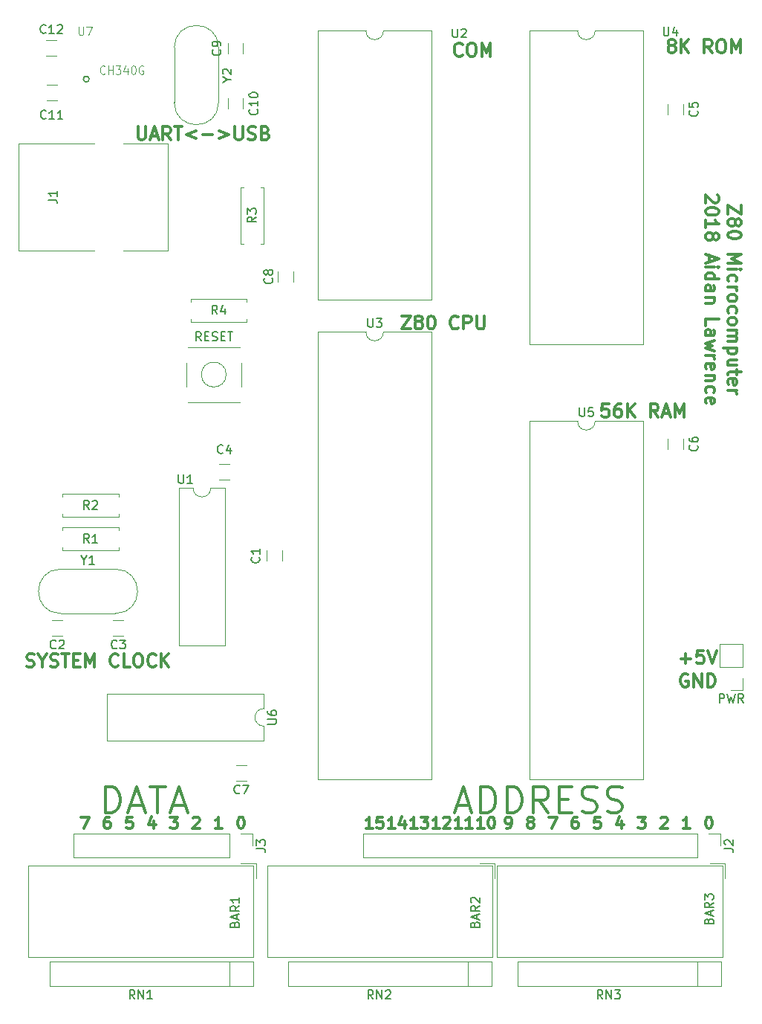
<source format=gbr>
%TF.GenerationSoftware,KiCad,Pcbnew,(5.0.0-rc2-dev-493-gd776eaca8)*%
%TF.CreationDate,2018-09-19T19:52:29-07:00*%
%TF.ProjectId,Z80,5A38302E6B696361645F706362000000,rev?*%
%TF.SameCoordinates,Original*%
%TF.FileFunction,Legend,Top*%
%TF.FilePolarity,Positive*%
%FSLAX46Y46*%
G04 Gerber Fmt 4.6, Leading zero omitted, Abs format (unit mm)*
G04 Created by KiCad (PCBNEW (5.0.0-rc2-dev-493-gd776eaca8)) date 09/19/18 19:52:29*
%MOMM*%
%LPD*%
G01*
G04 APERTURE LIST*
%ADD10C,0.300000*%
%ADD11C,0.120000*%
%ADD12C,0.203200*%
%ADD13C,0.150000*%
%ADD14C,0.050000*%
G04 APERTURE END LIST*
D10*
X78443357Y-101508642D02*
X78657642Y-101580071D01*
X79014785Y-101580071D01*
X79157642Y-101508642D01*
X79229071Y-101437214D01*
X79300500Y-101294357D01*
X79300500Y-101151500D01*
X79229071Y-101008642D01*
X79157642Y-100937214D01*
X79014785Y-100865785D01*
X78729071Y-100794357D01*
X78586214Y-100722928D01*
X78514785Y-100651500D01*
X78443357Y-100508642D01*
X78443357Y-100365785D01*
X78514785Y-100222928D01*
X78586214Y-100151500D01*
X78729071Y-100080071D01*
X79086214Y-100080071D01*
X79300500Y-100151500D01*
X80229071Y-100865785D02*
X80229071Y-101580071D01*
X79729071Y-100080071D02*
X80229071Y-100865785D01*
X80729071Y-100080071D01*
X81157642Y-101508642D02*
X81371928Y-101580071D01*
X81729071Y-101580071D01*
X81871928Y-101508642D01*
X81943357Y-101437214D01*
X82014785Y-101294357D01*
X82014785Y-101151500D01*
X81943357Y-101008642D01*
X81871928Y-100937214D01*
X81729071Y-100865785D01*
X81443357Y-100794357D01*
X81300500Y-100722928D01*
X81229071Y-100651500D01*
X81157642Y-100508642D01*
X81157642Y-100365785D01*
X81229071Y-100222928D01*
X81300500Y-100151500D01*
X81443357Y-100080071D01*
X81800500Y-100080071D01*
X82014785Y-100151500D01*
X82443357Y-100080071D02*
X83300500Y-100080071D01*
X82871928Y-101580071D02*
X82871928Y-100080071D01*
X83800500Y-100794357D02*
X84300500Y-100794357D01*
X84514785Y-101580071D02*
X83800500Y-101580071D01*
X83800500Y-100080071D01*
X84514785Y-100080071D01*
X85157642Y-101580071D02*
X85157642Y-100080071D01*
X85657642Y-101151500D01*
X86157642Y-100080071D01*
X86157642Y-101580071D01*
X88871928Y-101437214D02*
X88800500Y-101508642D01*
X88586214Y-101580071D01*
X88443357Y-101580071D01*
X88229071Y-101508642D01*
X88086214Y-101365785D01*
X88014785Y-101222928D01*
X87943357Y-100937214D01*
X87943357Y-100722928D01*
X88014785Y-100437214D01*
X88086214Y-100294357D01*
X88229071Y-100151500D01*
X88443357Y-100080071D01*
X88586214Y-100080071D01*
X88800500Y-100151500D01*
X88871928Y-100222928D01*
X90229071Y-101580071D02*
X89514785Y-101580071D01*
X89514785Y-100080071D01*
X91014785Y-100080071D02*
X91300500Y-100080071D01*
X91443357Y-100151500D01*
X91586214Y-100294357D01*
X91657642Y-100580071D01*
X91657642Y-101080071D01*
X91586214Y-101365785D01*
X91443357Y-101508642D01*
X91300500Y-101580071D01*
X91014785Y-101580071D01*
X90871928Y-101508642D01*
X90729071Y-101365785D01*
X90657642Y-101080071D01*
X90657642Y-100580071D01*
X90729071Y-100294357D01*
X90871928Y-100151500D01*
X91014785Y-100080071D01*
X93157642Y-101437214D02*
X93086214Y-101508642D01*
X92871928Y-101580071D01*
X92729071Y-101580071D01*
X92514785Y-101508642D01*
X92371928Y-101365785D01*
X92300500Y-101222928D01*
X92229071Y-100937214D01*
X92229071Y-100722928D01*
X92300500Y-100437214D01*
X92371928Y-100294357D01*
X92514785Y-100151500D01*
X92729071Y-100080071D01*
X92871928Y-100080071D01*
X93086214Y-100151500D01*
X93157642Y-100222928D01*
X93800500Y-101580071D02*
X93800500Y-100080071D01*
X94657642Y-101580071D02*
X94014785Y-100722928D01*
X94657642Y-100080071D02*
X93800500Y-100937214D01*
X151844857Y-30809428D02*
X151702000Y-30738000D01*
X151630571Y-30666571D01*
X151559142Y-30523714D01*
X151559142Y-30452285D01*
X151630571Y-30309428D01*
X151702000Y-30238000D01*
X151844857Y-30166571D01*
X152130571Y-30166571D01*
X152273428Y-30238000D01*
X152344857Y-30309428D01*
X152416285Y-30452285D01*
X152416285Y-30523714D01*
X152344857Y-30666571D01*
X152273428Y-30738000D01*
X152130571Y-30809428D01*
X151844857Y-30809428D01*
X151702000Y-30880857D01*
X151630571Y-30952285D01*
X151559142Y-31095142D01*
X151559142Y-31380857D01*
X151630571Y-31523714D01*
X151702000Y-31595142D01*
X151844857Y-31666571D01*
X152130571Y-31666571D01*
X152273428Y-31595142D01*
X152344857Y-31523714D01*
X152416285Y-31380857D01*
X152416285Y-31095142D01*
X152344857Y-30952285D01*
X152273428Y-30880857D01*
X152130571Y-30809428D01*
X153059142Y-31666571D02*
X153059142Y-30166571D01*
X153916285Y-31666571D02*
X153273428Y-30809428D01*
X153916285Y-30166571D02*
X153059142Y-31023714D01*
X156559142Y-31666571D02*
X156059142Y-30952285D01*
X155702000Y-31666571D02*
X155702000Y-30166571D01*
X156273428Y-30166571D01*
X156416285Y-30238000D01*
X156487714Y-30309428D01*
X156559142Y-30452285D01*
X156559142Y-30666571D01*
X156487714Y-30809428D01*
X156416285Y-30880857D01*
X156273428Y-30952285D01*
X155702000Y-30952285D01*
X157487714Y-30166571D02*
X157773428Y-30166571D01*
X157916285Y-30238000D01*
X158059142Y-30380857D01*
X158130571Y-30666571D01*
X158130571Y-31166571D01*
X158059142Y-31452285D01*
X157916285Y-31595142D01*
X157773428Y-31666571D01*
X157487714Y-31666571D01*
X157344857Y-31595142D01*
X157202000Y-31452285D01*
X157130571Y-31166571D01*
X157130571Y-30666571D01*
X157202000Y-30380857D01*
X157344857Y-30238000D01*
X157487714Y-30166571D01*
X158773428Y-31666571D02*
X158773428Y-30166571D01*
X159273428Y-31238000D01*
X159773428Y-30166571D01*
X159773428Y-31666571D01*
X144788428Y-71632071D02*
X144074142Y-71632071D01*
X144002714Y-72346357D01*
X144074142Y-72274928D01*
X144217000Y-72203500D01*
X144574142Y-72203500D01*
X144717000Y-72274928D01*
X144788428Y-72346357D01*
X144859857Y-72489214D01*
X144859857Y-72846357D01*
X144788428Y-72989214D01*
X144717000Y-73060642D01*
X144574142Y-73132071D01*
X144217000Y-73132071D01*
X144074142Y-73060642D01*
X144002714Y-72989214D01*
X146145571Y-71632071D02*
X145859857Y-71632071D01*
X145717000Y-71703500D01*
X145645571Y-71774928D01*
X145502714Y-71989214D01*
X145431285Y-72274928D01*
X145431285Y-72846357D01*
X145502714Y-72989214D01*
X145574142Y-73060642D01*
X145717000Y-73132071D01*
X146002714Y-73132071D01*
X146145571Y-73060642D01*
X146217000Y-72989214D01*
X146288428Y-72846357D01*
X146288428Y-72489214D01*
X146217000Y-72346357D01*
X146145571Y-72274928D01*
X146002714Y-72203500D01*
X145717000Y-72203500D01*
X145574142Y-72274928D01*
X145502714Y-72346357D01*
X145431285Y-72489214D01*
X146931285Y-73132071D02*
X146931285Y-71632071D01*
X147788428Y-73132071D02*
X147145571Y-72274928D01*
X147788428Y-71632071D02*
X146931285Y-72489214D01*
X150431285Y-73132071D02*
X149931285Y-72417785D01*
X149574142Y-73132071D02*
X149574142Y-71632071D01*
X150145571Y-71632071D01*
X150288428Y-71703500D01*
X150359857Y-71774928D01*
X150431285Y-71917785D01*
X150431285Y-72132071D01*
X150359857Y-72274928D01*
X150288428Y-72346357D01*
X150145571Y-72417785D01*
X149574142Y-72417785D01*
X151002714Y-72703500D02*
X151717000Y-72703500D01*
X150859857Y-73132071D02*
X151359857Y-71632071D01*
X151859857Y-73132071D01*
X152359857Y-73132071D02*
X152359857Y-71632071D01*
X152859857Y-72703500D01*
X153359857Y-71632071D01*
X153359857Y-73132071D01*
X91123428Y-40072571D02*
X91123428Y-41286857D01*
X91194857Y-41429714D01*
X91266285Y-41501142D01*
X91409142Y-41572571D01*
X91694857Y-41572571D01*
X91837714Y-41501142D01*
X91909142Y-41429714D01*
X91980571Y-41286857D01*
X91980571Y-40072571D01*
X92623428Y-41144000D02*
X93337714Y-41144000D01*
X92480571Y-41572571D02*
X92980571Y-40072571D01*
X93480571Y-41572571D01*
X94837714Y-41572571D02*
X94337714Y-40858285D01*
X93980571Y-41572571D02*
X93980571Y-40072571D01*
X94552000Y-40072571D01*
X94694857Y-40144000D01*
X94766285Y-40215428D01*
X94837714Y-40358285D01*
X94837714Y-40572571D01*
X94766285Y-40715428D01*
X94694857Y-40786857D01*
X94552000Y-40858285D01*
X93980571Y-40858285D01*
X95266285Y-40072571D02*
X96123428Y-40072571D01*
X95694857Y-41572571D02*
X95694857Y-40072571D01*
X97766285Y-40572571D02*
X96623428Y-41001142D01*
X97766285Y-41429714D01*
X98480571Y-41001142D02*
X99623428Y-41001142D01*
X100337714Y-40572571D02*
X101480571Y-41001142D01*
X100337714Y-41429714D01*
X102194857Y-40072571D02*
X102194857Y-41286857D01*
X102266285Y-41429714D01*
X102337714Y-41501142D01*
X102480571Y-41572571D01*
X102766285Y-41572571D01*
X102909142Y-41501142D01*
X102980571Y-41429714D01*
X103052000Y-41286857D01*
X103052000Y-40072571D01*
X103694857Y-41501142D02*
X103909142Y-41572571D01*
X104266285Y-41572571D01*
X104409142Y-41501142D01*
X104480571Y-41429714D01*
X104552000Y-41286857D01*
X104552000Y-41144000D01*
X104480571Y-41001142D01*
X104409142Y-40929714D01*
X104266285Y-40858285D01*
X103980571Y-40786857D01*
X103837714Y-40715428D01*
X103766285Y-40644000D01*
X103694857Y-40501142D01*
X103694857Y-40358285D01*
X103766285Y-40215428D01*
X103837714Y-40144000D01*
X103980571Y-40072571D01*
X104337714Y-40072571D01*
X104552000Y-40144000D01*
X105694857Y-40786857D02*
X105909142Y-40858285D01*
X105980571Y-40929714D01*
X106052000Y-41072571D01*
X106052000Y-41286857D01*
X105980571Y-41429714D01*
X105909142Y-41501142D01*
X105766285Y-41572571D01*
X105194857Y-41572571D01*
X105194857Y-40072571D01*
X105694857Y-40072571D01*
X105837714Y-40144000D01*
X105909142Y-40215428D01*
X105980571Y-40358285D01*
X105980571Y-40501142D01*
X105909142Y-40644000D01*
X105837714Y-40715428D01*
X105694857Y-40786857D01*
X105194857Y-40786857D01*
X128107428Y-31904714D02*
X128036000Y-31976142D01*
X127821714Y-32047571D01*
X127678857Y-32047571D01*
X127464571Y-31976142D01*
X127321714Y-31833285D01*
X127250285Y-31690428D01*
X127178857Y-31404714D01*
X127178857Y-31190428D01*
X127250285Y-30904714D01*
X127321714Y-30761857D01*
X127464571Y-30619000D01*
X127678857Y-30547571D01*
X127821714Y-30547571D01*
X128036000Y-30619000D01*
X128107428Y-30690428D01*
X129036000Y-30547571D02*
X129321714Y-30547571D01*
X129464571Y-30619000D01*
X129607428Y-30761857D01*
X129678857Y-31047571D01*
X129678857Y-31547571D01*
X129607428Y-31833285D01*
X129464571Y-31976142D01*
X129321714Y-32047571D01*
X129036000Y-32047571D01*
X128893142Y-31976142D01*
X128750285Y-31833285D01*
X128678857Y-31547571D01*
X128678857Y-31047571D01*
X128750285Y-30761857D01*
X128893142Y-30619000D01*
X129036000Y-30547571D01*
X130321714Y-32047571D02*
X130321714Y-30547571D01*
X130821714Y-31619000D01*
X131321714Y-30547571D01*
X131321714Y-32047571D01*
X121198285Y-61599071D02*
X122198285Y-61599071D01*
X121198285Y-63099071D01*
X122198285Y-63099071D01*
X122984000Y-62241928D02*
X122841142Y-62170500D01*
X122769714Y-62099071D01*
X122698285Y-61956214D01*
X122698285Y-61884785D01*
X122769714Y-61741928D01*
X122841142Y-61670500D01*
X122984000Y-61599071D01*
X123269714Y-61599071D01*
X123412571Y-61670500D01*
X123484000Y-61741928D01*
X123555428Y-61884785D01*
X123555428Y-61956214D01*
X123484000Y-62099071D01*
X123412571Y-62170500D01*
X123269714Y-62241928D01*
X122984000Y-62241928D01*
X122841142Y-62313357D01*
X122769714Y-62384785D01*
X122698285Y-62527642D01*
X122698285Y-62813357D01*
X122769714Y-62956214D01*
X122841142Y-63027642D01*
X122984000Y-63099071D01*
X123269714Y-63099071D01*
X123412571Y-63027642D01*
X123484000Y-62956214D01*
X123555428Y-62813357D01*
X123555428Y-62527642D01*
X123484000Y-62384785D01*
X123412571Y-62313357D01*
X123269714Y-62241928D01*
X124484000Y-61599071D02*
X124626857Y-61599071D01*
X124769714Y-61670500D01*
X124841142Y-61741928D01*
X124912571Y-61884785D01*
X124984000Y-62170500D01*
X124984000Y-62527642D01*
X124912571Y-62813357D01*
X124841142Y-62956214D01*
X124769714Y-63027642D01*
X124626857Y-63099071D01*
X124484000Y-63099071D01*
X124341142Y-63027642D01*
X124269714Y-62956214D01*
X124198285Y-62813357D01*
X124126857Y-62527642D01*
X124126857Y-62170500D01*
X124198285Y-61884785D01*
X124269714Y-61741928D01*
X124341142Y-61670500D01*
X124484000Y-61599071D01*
X127626857Y-62956214D02*
X127555428Y-63027642D01*
X127341142Y-63099071D01*
X127198285Y-63099071D01*
X126984000Y-63027642D01*
X126841142Y-62884785D01*
X126769714Y-62741928D01*
X126698285Y-62456214D01*
X126698285Y-62241928D01*
X126769714Y-61956214D01*
X126841142Y-61813357D01*
X126984000Y-61670500D01*
X127198285Y-61599071D01*
X127341142Y-61599071D01*
X127555428Y-61670500D01*
X127626857Y-61741928D01*
X128269714Y-63099071D02*
X128269714Y-61599071D01*
X128841142Y-61599071D01*
X128984000Y-61670500D01*
X129055428Y-61741928D01*
X129126857Y-61884785D01*
X129126857Y-62099071D01*
X129055428Y-62241928D01*
X128984000Y-62313357D01*
X128841142Y-62384785D01*
X128269714Y-62384785D01*
X129769714Y-61599071D02*
X129769714Y-62813357D01*
X129841142Y-62956214D01*
X129912571Y-63027642D01*
X130055428Y-63099071D01*
X130341142Y-63099071D01*
X130484000Y-63027642D01*
X130555428Y-62956214D01*
X130626857Y-62813357D01*
X130626857Y-61599071D01*
X84656666Y-118668095D02*
X85523333Y-118668095D01*
X84966190Y-119968095D01*
X87877619Y-118668095D02*
X87630000Y-118668095D01*
X87506190Y-118730000D01*
X87444285Y-118791904D01*
X87320476Y-118977619D01*
X87258571Y-119225238D01*
X87258571Y-119720476D01*
X87320476Y-119844285D01*
X87382380Y-119906190D01*
X87506190Y-119968095D01*
X87753809Y-119968095D01*
X87877619Y-119906190D01*
X87939523Y-119844285D01*
X88001428Y-119720476D01*
X88001428Y-119410952D01*
X87939523Y-119287142D01*
X87877619Y-119225238D01*
X87753809Y-119163333D01*
X87506190Y-119163333D01*
X87382380Y-119225238D01*
X87320476Y-119287142D01*
X87258571Y-119410952D01*
X90479523Y-118668095D02*
X89860476Y-118668095D01*
X89798571Y-119287142D01*
X89860476Y-119225238D01*
X89984285Y-119163333D01*
X90293809Y-119163333D01*
X90417619Y-119225238D01*
X90479523Y-119287142D01*
X90541428Y-119410952D01*
X90541428Y-119720476D01*
X90479523Y-119844285D01*
X90417619Y-119906190D01*
X90293809Y-119968095D01*
X89984285Y-119968095D01*
X89860476Y-119906190D01*
X89798571Y-119844285D01*
X92957619Y-119101428D02*
X92957619Y-119968095D01*
X92648095Y-118606190D02*
X92338571Y-119534761D01*
X93143333Y-119534761D01*
X94816666Y-118668095D02*
X95621428Y-118668095D01*
X95188095Y-119163333D01*
X95373809Y-119163333D01*
X95497619Y-119225238D01*
X95559523Y-119287142D01*
X95621428Y-119410952D01*
X95621428Y-119720476D01*
X95559523Y-119844285D01*
X95497619Y-119906190D01*
X95373809Y-119968095D01*
X95002380Y-119968095D01*
X94878571Y-119906190D01*
X94816666Y-119844285D01*
X97418571Y-118791904D02*
X97480476Y-118730000D01*
X97604285Y-118668095D01*
X97913809Y-118668095D01*
X98037619Y-118730000D01*
X98099523Y-118791904D01*
X98161428Y-118915714D01*
X98161428Y-119039523D01*
X98099523Y-119225238D01*
X97356666Y-119968095D01*
X98161428Y-119968095D01*
X100701428Y-119968095D02*
X99958571Y-119968095D01*
X100330000Y-119968095D02*
X100330000Y-118668095D01*
X100206190Y-118853809D01*
X100082380Y-118977619D01*
X99958571Y-119039523D01*
X102808095Y-118668095D02*
X102931904Y-118668095D01*
X103055714Y-118730000D01*
X103117619Y-118791904D01*
X103179523Y-118915714D01*
X103241428Y-119163333D01*
X103241428Y-119472857D01*
X103179523Y-119720476D01*
X103117619Y-119844285D01*
X103055714Y-119906190D01*
X102931904Y-119968095D01*
X102808095Y-119968095D01*
X102684285Y-119906190D01*
X102622380Y-119844285D01*
X102560476Y-119720476D01*
X102498571Y-119472857D01*
X102498571Y-119163333D01*
X102560476Y-118915714D01*
X102622380Y-118791904D01*
X102684285Y-118730000D01*
X102808095Y-118668095D01*
X117862380Y-119968095D02*
X117119523Y-119968095D01*
X117490952Y-119968095D02*
X117490952Y-118668095D01*
X117367142Y-118853809D01*
X117243333Y-118977619D01*
X117119523Y-119039523D01*
X119038571Y-118668095D02*
X118419523Y-118668095D01*
X118357619Y-119287142D01*
X118419523Y-119225238D01*
X118543333Y-119163333D01*
X118852857Y-119163333D01*
X118976666Y-119225238D01*
X119038571Y-119287142D01*
X119100476Y-119410952D01*
X119100476Y-119720476D01*
X119038571Y-119844285D01*
X118976666Y-119906190D01*
X118852857Y-119968095D01*
X118543333Y-119968095D01*
X118419523Y-119906190D01*
X118357619Y-119844285D01*
X120402380Y-119968095D02*
X119659523Y-119968095D01*
X120030952Y-119968095D02*
X120030952Y-118668095D01*
X119907142Y-118853809D01*
X119783333Y-118977619D01*
X119659523Y-119039523D01*
X121516666Y-119101428D02*
X121516666Y-119968095D01*
X121207142Y-118606190D02*
X120897619Y-119534761D01*
X121702380Y-119534761D01*
X122942380Y-119968095D02*
X122199523Y-119968095D01*
X122570952Y-119968095D02*
X122570952Y-118668095D01*
X122447142Y-118853809D01*
X122323333Y-118977619D01*
X122199523Y-119039523D01*
X123375714Y-118668095D02*
X124180476Y-118668095D01*
X123747142Y-119163333D01*
X123932857Y-119163333D01*
X124056666Y-119225238D01*
X124118571Y-119287142D01*
X124180476Y-119410952D01*
X124180476Y-119720476D01*
X124118571Y-119844285D01*
X124056666Y-119906190D01*
X123932857Y-119968095D01*
X123561428Y-119968095D01*
X123437619Y-119906190D01*
X123375714Y-119844285D01*
X125482380Y-119968095D02*
X124739523Y-119968095D01*
X125110952Y-119968095D02*
X125110952Y-118668095D01*
X124987142Y-118853809D01*
X124863333Y-118977619D01*
X124739523Y-119039523D01*
X125977619Y-118791904D02*
X126039523Y-118730000D01*
X126163333Y-118668095D01*
X126472857Y-118668095D01*
X126596666Y-118730000D01*
X126658571Y-118791904D01*
X126720476Y-118915714D01*
X126720476Y-119039523D01*
X126658571Y-119225238D01*
X125915714Y-119968095D01*
X126720476Y-119968095D01*
X128022380Y-119968095D02*
X127279523Y-119968095D01*
X127650952Y-119968095D02*
X127650952Y-118668095D01*
X127527142Y-118853809D01*
X127403333Y-118977619D01*
X127279523Y-119039523D01*
X129260476Y-119968095D02*
X128517619Y-119968095D01*
X128889047Y-119968095D02*
X128889047Y-118668095D01*
X128765238Y-118853809D01*
X128641428Y-118977619D01*
X128517619Y-119039523D01*
X130562380Y-119968095D02*
X129819523Y-119968095D01*
X130190952Y-119968095D02*
X130190952Y-118668095D01*
X130067142Y-118853809D01*
X129943333Y-118977619D01*
X129819523Y-119039523D01*
X131367142Y-118668095D02*
X131490952Y-118668095D01*
X131614761Y-118730000D01*
X131676666Y-118791904D01*
X131738571Y-118915714D01*
X131800476Y-119163333D01*
X131800476Y-119472857D01*
X131738571Y-119720476D01*
X131676666Y-119844285D01*
X131614761Y-119906190D01*
X131490952Y-119968095D01*
X131367142Y-119968095D01*
X131243333Y-119906190D01*
X131181428Y-119844285D01*
X131119523Y-119720476D01*
X131057619Y-119472857D01*
X131057619Y-119163333D01*
X131119523Y-118915714D01*
X131181428Y-118791904D01*
X131243333Y-118730000D01*
X131367142Y-118668095D01*
X133102380Y-119968095D02*
X133350000Y-119968095D01*
X133473809Y-119906190D01*
X133535714Y-119844285D01*
X133659523Y-119658571D01*
X133721428Y-119410952D01*
X133721428Y-118915714D01*
X133659523Y-118791904D01*
X133597619Y-118730000D01*
X133473809Y-118668095D01*
X133226190Y-118668095D01*
X133102380Y-118730000D01*
X133040476Y-118791904D01*
X132978571Y-118915714D01*
X132978571Y-119225238D01*
X133040476Y-119349047D01*
X133102380Y-119410952D01*
X133226190Y-119472857D01*
X133473809Y-119472857D01*
X133597619Y-119410952D01*
X133659523Y-119349047D01*
X133721428Y-119225238D01*
X135766190Y-119225238D02*
X135642380Y-119163333D01*
X135580476Y-119101428D01*
X135518571Y-118977619D01*
X135518571Y-118915714D01*
X135580476Y-118791904D01*
X135642380Y-118730000D01*
X135766190Y-118668095D01*
X136013809Y-118668095D01*
X136137619Y-118730000D01*
X136199523Y-118791904D01*
X136261428Y-118915714D01*
X136261428Y-118977619D01*
X136199523Y-119101428D01*
X136137619Y-119163333D01*
X136013809Y-119225238D01*
X135766190Y-119225238D01*
X135642380Y-119287142D01*
X135580476Y-119349047D01*
X135518571Y-119472857D01*
X135518571Y-119720476D01*
X135580476Y-119844285D01*
X135642380Y-119906190D01*
X135766190Y-119968095D01*
X136013809Y-119968095D01*
X136137619Y-119906190D01*
X136199523Y-119844285D01*
X136261428Y-119720476D01*
X136261428Y-119472857D01*
X136199523Y-119349047D01*
X136137619Y-119287142D01*
X136013809Y-119225238D01*
X137996666Y-118668095D02*
X138863333Y-118668095D01*
X138306190Y-119968095D01*
X141217619Y-118668095D02*
X140970000Y-118668095D01*
X140846190Y-118730000D01*
X140784285Y-118791904D01*
X140660476Y-118977619D01*
X140598571Y-119225238D01*
X140598571Y-119720476D01*
X140660476Y-119844285D01*
X140722380Y-119906190D01*
X140846190Y-119968095D01*
X141093809Y-119968095D01*
X141217619Y-119906190D01*
X141279523Y-119844285D01*
X141341428Y-119720476D01*
X141341428Y-119410952D01*
X141279523Y-119287142D01*
X141217619Y-119225238D01*
X141093809Y-119163333D01*
X140846190Y-119163333D01*
X140722380Y-119225238D01*
X140660476Y-119287142D01*
X140598571Y-119410952D01*
X143819523Y-118668095D02*
X143200476Y-118668095D01*
X143138571Y-119287142D01*
X143200476Y-119225238D01*
X143324285Y-119163333D01*
X143633809Y-119163333D01*
X143757619Y-119225238D01*
X143819523Y-119287142D01*
X143881428Y-119410952D01*
X143881428Y-119720476D01*
X143819523Y-119844285D01*
X143757619Y-119906190D01*
X143633809Y-119968095D01*
X143324285Y-119968095D01*
X143200476Y-119906190D01*
X143138571Y-119844285D01*
X146297619Y-119101428D02*
X146297619Y-119968095D01*
X145988095Y-118606190D02*
X145678571Y-119534761D01*
X146483333Y-119534761D01*
X148156666Y-118668095D02*
X148961428Y-118668095D01*
X148528095Y-119163333D01*
X148713809Y-119163333D01*
X148837619Y-119225238D01*
X148899523Y-119287142D01*
X148961428Y-119410952D01*
X148961428Y-119720476D01*
X148899523Y-119844285D01*
X148837619Y-119906190D01*
X148713809Y-119968095D01*
X148342380Y-119968095D01*
X148218571Y-119906190D01*
X148156666Y-119844285D01*
X150758571Y-118791904D02*
X150820476Y-118730000D01*
X150944285Y-118668095D01*
X151253809Y-118668095D01*
X151377619Y-118730000D01*
X151439523Y-118791904D01*
X151501428Y-118915714D01*
X151501428Y-119039523D01*
X151439523Y-119225238D01*
X150696666Y-119968095D01*
X151501428Y-119968095D01*
X154041428Y-119968095D02*
X153298571Y-119968095D01*
X153670000Y-119968095D02*
X153670000Y-118668095D01*
X153546190Y-118853809D01*
X153422380Y-118977619D01*
X153298571Y-119039523D01*
X156148095Y-118668095D02*
X156271904Y-118668095D01*
X156395714Y-118730000D01*
X156457619Y-118791904D01*
X156519523Y-118915714D01*
X156581428Y-119163333D01*
X156581428Y-119472857D01*
X156519523Y-119720476D01*
X156457619Y-119844285D01*
X156395714Y-119906190D01*
X156271904Y-119968095D01*
X156148095Y-119968095D01*
X156024285Y-119906190D01*
X155962380Y-119844285D01*
X155900476Y-119720476D01*
X155838571Y-119472857D01*
X155838571Y-119163333D01*
X155900476Y-118915714D01*
X155962380Y-118791904D01*
X156024285Y-118730000D01*
X156148095Y-118668095D01*
X153797142Y-102437500D02*
X153654285Y-102366071D01*
X153440000Y-102366071D01*
X153225714Y-102437500D01*
X153082857Y-102580357D01*
X153011428Y-102723214D01*
X152940000Y-103008928D01*
X152940000Y-103223214D01*
X153011428Y-103508928D01*
X153082857Y-103651785D01*
X153225714Y-103794642D01*
X153440000Y-103866071D01*
X153582857Y-103866071D01*
X153797142Y-103794642D01*
X153868571Y-103723214D01*
X153868571Y-103223214D01*
X153582857Y-103223214D01*
X154511428Y-103866071D02*
X154511428Y-102366071D01*
X155368571Y-103866071D01*
X155368571Y-102366071D01*
X156082857Y-103866071D02*
X156082857Y-102366071D01*
X156440000Y-102366071D01*
X156654285Y-102437500D01*
X156797142Y-102580357D01*
X156868571Y-102723214D01*
X156940000Y-103008928D01*
X156940000Y-103223214D01*
X156868571Y-103508928D01*
X156797142Y-103651785D01*
X156654285Y-103794642D01*
X156440000Y-103866071D01*
X156082857Y-103866071D01*
X153011428Y-100627642D02*
X154154285Y-100627642D01*
X153582857Y-101199071D02*
X153582857Y-100056214D01*
X155582857Y-99699071D02*
X154868571Y-99699071D01*
X154797142Y-100413357D01*
X154868571Y-100341928D01*
X155011428Y-100270500D01*
X155368571Y-100270500D01*
X155511428Y-100341928D01*
X155582857Y-100413357D01*
X155654285Y-100556214D01*
X155654285Y-100913357D01*
X155582857Y-101056214D01*
X155511428Y-101127642D01*
X155368571Y-101199071D01*
X155011428Y-101199071D01*
X154868571Y-101127642D01*
X154797142Y-101056214D01*
X156082857Y-99699071D02*
X156582857Y-101199071D01*
X157082857Y-99699071D01*
X87384500Y-118197142D02*
X87384500Y-115197142D01*
X88098785Y-115197142D01*
X88527357Y-115340000D01*
X88813071Y-115625714D01*
X88955928Y-115911428D01*
X89098785Y-116482857D01*
X89098785Y-116911428D01*
X88955928Y-117482857D01*
X88813071Y-117768571D01*
X88527357Y-118054285D01*
X88098785Y-118197142D01*
X87384500Y-118197142D01*
X90241642Y-117340000D02*
X91670214Y-117340000D01*
X89955928Y-118197142D02*
X90955928Y-115197142D01*
X91955928Y-118197142D01*
X92527357Y-115197142D02*
X94241642Y-115197142D01*
X93384500Y-118197142D02*
X93384500Y-115197142D01*
X95098785Y-117340000D02*
X96527357Y-117340000D01*
X94813071Y-118197142D02*
X95813071Y-115197142D01*
X96813071Y-118197142D01*
X127477428Y-117340000D02*
X128906000Y-117340000D01*
X127191714Y-118197142D02*
X128191714Y-115197142D01*
X129191714Y-118197142D01*
X130191714Y-118197142D02*
X130191714Y-115197142D01*
X130906000Y-115197142D01*
X131334571Y-115340000D01*
X131620285Y-115625714D01*
X131763142Y-115911428D01*
X131906000Y-116482857D01*
X131906000Y-116911428D01*
X131763142Y-117482857D01*
X131620285Y-117768571D01*
X131334571Y-118054285D01*
X130906000Y-118197142D01*
X130191714Y-118197142D01*
X133191714Y-118197142D02*
X133191714Y-115197142D01*
X133906000Y-115197142D01*
X134334571Y-115340000D01*
X134620285Y-115625714D01*
X134763142Y-115911428D01*
X134906000Y-116482857D01*
X134906000Y-116911428D01*
X134763142Y-117482857D01*
X134620285Y-117768571D01*
X134334571Y-118054285D01*
X133906000Y-118197142D01*
X133191714Y-118197142D01*
X137906000Y-118197142D02*
X136906000Y-116768571D01*
X136191714Y-118197142D02*
X136191714Y-115197142D01*
X137334571Y-115197142D01*
X137620285Y-115340000D01*
X137763142Y-115482857D01*
X137906000Y-115768571D01*
X137906000Y-116197142D01*
X137763142Y-116482857D01*
X137620285Y-116625714D01*
X137334571Y-116768571D01*
X136191714Y-116768571D01*
X139191714Y-116625714D02*
X140191714Y-116625714D01*
X140620285Y-118197142D02*
X139191714Y-118197142D01*
X139191714Y-115197142D01*
X140620285Y-115197142D01*
X141763142Y-118054285D02*
X142191714Y-118197142D01*
X142906000Y-118197142D01*
X143191714Y-118054285D01*
X143334571Y-117911428D01*
X143477428Y-117625714D01*
X143477428Y-117340000D01*
X143334571Y-117054285D01*
X143191714Y-116911428D01*
X142906000Y-116768571D01*
X142334571Y-116625714D01*
X142048857Y-116482857D01*
X141906000Y-116340000D01*
X141763142Y-116054285D01*
X141763142Y-115768571D01*
X141906000Y-115482857D01*
X142048857Y-115340000D01*
X142334571Y-115197142D01*
X143048857Y-115197142D01*
X143477428Y-115340000D01*
X144620285Y-118054285D02*
X145048857Y-118197142D01*
X145763142Y-118197142D01*
X146048857Y-118054285D01*
X146191714Y-117911428D01*
X146334571Y-117625714D01*
X146334571Y-117340000D01*
X146191714Y-117054285D01*
X146048857Y-116911428D01*
X145763142Y-116768571D01*
X145191714Y-116625714D01*
X144906000Y-116482857D01*
X144763142Y-116340000D01*
X144620285Y-116054285D01*
X144620285Y-115768571D01*
X144763142Y-115482857D01*
X144906000Y-115340000D01*
X145191714Y-115197142D01*
X145906000Y-115197142D01*
X146334571Y-115340000D01*
X159893928Y-49039214D02*
X159893928Y-50039214D01*
X158393928Y-49039214D01*
X158393928Y-50039214D01*
X159251071Y-50824928D02*
X159322500Y-50682071D01*
X159393928Y-50610642D01*
X159536785Y-50539214D01*
X159608214Y-50539214D01*
X159751071Y-50610642D01*
X159822500Y-50682071D01*
X159893928Y-50824928D01*
X159893928Y-51110642D01*
X159822500Y-51253500D01*
X159751071Y-51324928D01*
X159608214Y-51396357D01*
X159536785Y-51396357D01*
X159393928Y-51324928D01*
X159322500Y-51253500D01*
X159251071Y-51110642D01*
X159251071Y-50824928D01*
X159179642Y-50682071D01*
X159108214Y-50610642D01*
X158965357Y-50539214D01*
X158679642Y-50539214D01*
X158536785Y-50610642D01*
X158465357Y-50682071D01*
X158393928Y-50824928D01*
X158393928Y-51110642D01*
X158465357Y-51253500D01*
X158536785Y-51324928D01*
X158679642Y-51396357D01*
X158965357Y-51396357D01*
X159108214Y-51324928D01*
X159179642Y-51253500D01*
X159251071Y-51110642D01*
X159893928Y-52324928D02*
X159893928Y-52467785D01*
X159822500Y-52610642D01*
X159751071Y-52682071D01*
X159608214Y-52753500D01*
X159322500Y-52824928D01*
X158965357Y-52824928D01*
X158679642Y-52753500D01*
X158536785Y-52682071D01*
X158465357Y-52610642D01*
X158393928Y-52467785D01*
X158393928Y-52324928D01*
X158465357Y-52182071D01*
X158536785Y-52110642D01*
X158679642Y-52039214D01*
X158965357Y-51967785D01*
X159322500Y-51967785D01*
X159608214Y-52039214D01*
X159751071Y-52110642D01*
X159822500Y-52182071D01*
X159893928Y-52324928D01*
X158393928Y-54610642D02*
X159893928Y-54610642D01*
X158822500Y-55110642D01*
X159893928Y-55610642D01*
X158393928Y-55610642D01*
X158393928Y-56324928D02*
X159393928Y-56324928D01*
X159893928Y-56324928D02*
X159822500Y-56253500D01*
X159751071Y-56324928D01*
X159822500Y-56396357D01*
X159893928Y-56324928D01*
X159751071Y-56324928D01*
X158465357Y-57682071D02*
X158393928Y-57539214D01*
X158393928Y-57253500D01*
X158465357Y-57110642D01*
X158536785Y-57039214D01*
X158679642Y-56967785D01*
X159108214Y-56967785D01*
X159251071Y-57039214D01*
X159322500Y-57110642D01*
X159393928Y-57253500D01*
X159393928Y-57539214D01*
X159322500Y-57682071D01*
X158393928Y-58324928D02*
X159393928Y-58324928D01*
X159108214Y-58324928D02*
X159251071Y-58396357D01*
X159322500Y-58467785D01*
X159393928Y-58610642D01*
X159393928Y-58753500D01*
X158393928Y-59467785D02*
X158465357Y-59324928D01*
X158536785Y-59253500D01*
X158679642Y-59182071D01*
X159108214Y-59182071D01*
X159251071Y-59253500D01*
X159322500Y-59324928D01*
X159393928Y-59467785D01*
X159393928Y-59682071D01*
X159322500Y-59824928D01*
X159251071Y-59896357D01*
X159108214Y-59967785D01*
X158679642Y-59967785D01*
X158536785Y-59896357D01*
X158465357Y-59824928D01*
X158393928Y-59682071D01*
X158393928Y-59467785D01*
X158465357Y-61253500D02*
X158393928Y-61110642D01*
X158393928Y-60824928D01*
X158465357Y-60682071D01*
X158536785Y-60610642D01*
X158679642Y-60539214D01*
X159108214Y-60539214D01*
X159251071Y-60610642D01*
X159322500Y-60682071D01*
X159393928Y-60824928D01*
X159393928Y-61110642D01*
X159322500Y-61253500D01*
X158393928Y-62110642D02*
X158465357Y-61967785D01*
X158536785Y-61896357D01*
X158679642Y-61824928D01*
X159108214Y-61824928D01*
X159251071Y-61896357D01*
X159322500Y-61967785D01*
X159393928Y-62110642D01*
X159393928Y-62324928D01*
X159322500Y-62467785D01*
X159251071Y-62539214D01*
X159108214Y-62610642D01*
X158679642Y-62610642D01*
X158536785Y-62539214D01*
X158465357Y-62467785D01*
X158393928Y-62324928D01*
X158393928Y-62110642D01*
X158393928Y-63253500D02*
X159393928Y-63253500D01*
X159251071Y-63253500D02*
X159322500Y-63324928D01*
X159393928Y-63467785D01*
X159393928Y-63682071D01*
X159322500Y-63824928D01*
X159179642Y-63896357D01*
X158393928Y-63896357D01*
X159179642Y-63896357D02*
X159322500Y-63967785D01*
X159393928Y-64110642D01*
X159393928Y-64324928D01*
X159322500Y-64467785D01*
X159179642Y-64539214D01*
X158393928Y-64539214D01*
X159393928Y-65253500D02*
X157893928Y-65253500D01*
X159322500Y-65253500D02*
X159393928Y-65396357D01*
X159393928Y-65682071D01*
X159322500Y-65824928D01*
X159251071Y-65896357D01*
X159108214Y-65967785D01*
X158679642Y-65967785D01*
X158536785Y-65896357D01*
X158465357Y-65824928D01*
X158393928Y-65682071D01*
X158393928Y-65396357D01*
X158465357Y-65253500D01*
X159393928Y-67253500D02*
X158393928Y-67253500D01*
X159393928Y-66610642D02*
X158608214Y-66610642D01*
X158465357Y-66682071D01*
X158393928Y-66824928D01*
X158393928Y-67039214D01*
X158465357Y-67182071D01*
X158536785Y-67253500D01*
X159393928Y-67753500D02*
X159393928Y-68324928D01*
X159893928Y-67967785D02*
X158608214Y-67967785D01*
X158465357Y-68039214D01*
X158393928Y-68182071D01*
X158393928Y-68324928D01*
X158465357Y-69396357D02*
X158393928Y-69253500D01*
X158393928Y-68967785D01*
X158465357Y-68824928D01*
X158608214Y-68753500D01*
X159179642Y-68753500D01*
X159322500Y-68824928D01*
X159393928Y-68967785D01*
X159393928Y-69253500D01*
X159322500Y-69396357D01*
X159179642Y-69467785D01*
X159036785Y-69467785D01*
X158893928Y-68753500D01*
X158393928Y-70110642D02*
X159393928Y-70110642D01*
X159108214Y-70110642D02*
X159251071Y-70182071D01*
X159322500Y-70253500D01*
X159393928Y-70396357D01*
X159393928Y-70539214D01*
X157201071Y-47860642D02*
X157272500Y-47932071D01*
X157343928Y-48074928D01*
X157343928Y-48432071D01*
X157272500Y-48574928D01*
X157201071Y-48646357D01*
X157058214Y-48717785D01*
X156915357Y-48717785D01*
X156701071Y-48646357D01*
X155843928Y-47789214D01*
X155843928Y-48717785D01*
X157343928Y-49646357D02*
X157343928Y-49789214D01*
X157272500Y-49932071D01*
X157201071Y-50003500D01*
X157058214Y-50074928D01*
X156772500Y-50146357D01*
X156415357Y-50146357D01*
X156129642Y-50074928D01*
X155986785Y-50003500D01*
X155915357Y-49932071D01*
X155843928Y-49789214D01*
X155843928Y-49646357D01*
X155915357Y-49503500D01*
X155986785Y-49432071D01*
X156129642Y-49360642D01*
X156415357Y-49289214D01*
X156772500Y-49289214D01*
X157058214Y-49360642D01*
X157201071Y-49432071D01*
X157272500Y-49503500D01*
X157343928Y-49646357D01*
X155843928Y-51574928D02*
X155843928Y-50717785D01*
X155843928Y-51146357D02*
X157343928Y-51146357D01*
X157129642Y-51003500D01*
X156986785Y-50860642D01*
X156915357Y-50717785D01*
X156701071Y-52432071D02*
X156772500Y-52289214D01*
X156843928Y-52217785D01*
X156986785Y-52146357D01*
X157058214Y-52146357D01*
X157201071Y-52217785D01*
X157272500Y-52289214D01*
X157343928Y-52432071D01*
X157343928Y-52717785D01*
X157272500Y-52860642D01*
X157201071Y-52932071D01*
X157058214Y-53003500D01*
X156986785Y-53003500D01*
X156843928Y-52932071D01*
X156772500Y-52860642D01*
X156701071Y-52717785D01*
X156701071Y-52432071D01*
X156629642Y-52289214D01*
X156558214Y-52217785D01*
X156415357Y-52146357D01*
X156129642Y-52146357D01*
X155986785Y-52217785D01*
X155915357Y-52289214D01*
X155843928Y-52432071D01*
X155843928Y-52717785D01*
X155915357Y-52860642D01*
X155986785Y-52932071D01*
X156129642Y-53003500D01*
X156415357Y-53003500D01*
X156558214Y-52932071D01*
X156629642Y-52860642D01*
X156701071Y-52717785D01*
X156272500Y-54717785D02*
X156272500Y-55432071D01*
X155843928Y-54574928D02*
X157343928Y-55074928D01*
X155843928Y-55574928D01*
X155843928Y-56074928D02*
X156843928Y-56074928D01*
X157343928Y-56074928D02*
X157272500Y-56003500D01*
X157201071Y-56074928D01*
X157272500Y-56146357D01*
X157343928Y-56074928D01*
X157201071Y-56074928D01*
X155843928Y-57432071D02*
X157343928Y-57432071D01*
X155915357Y-57432071D02*
X155843928Y-57289214D01*
X155843928Y-57003500D01*
X155915357Y-56860642D01*
X155986785Y-56789214D01*
X156129642Y-56717785D01*
X156558214Y-56717785D01*
X156701071Y-56789214D01*
X156772500Y-56860642D01*
X156843928Y-57003500D01*
X156843928Y-57289214D01*
X156772500Y-57432071D01*
X155843928Y-58789214D02*
X156629642Y-58789214D01*
X156772500Y-58717785D01*
X156843928Y-58574928D01*
X156843928Y-58289214D01*
X156772500Y-58146357D01*
X155915357Y-58789214D02*
X155843928Y-58646357D01*
X155843928Y-58289214D01*
X155915357Y-58146357D01*
X156058214Y-58074928D01*
X156201071Y-58074928D01*
X156343928Y-58146357D01*
X156415357Y-58289214D01*
X156415357Y-58646357D01*
X156486785Y-58789214D01*
X156843928Y-59503500D02*
X155843928Y-59503500D01*
X156701071Y-59503500D02*
X156772500Y-59574928D01*
X156843928Y-59717785D01*
X156843928Y-59932071D01*
X156772500Y-60074928D01*
X156629642Y-60146357D01*
X155843928Y-60146357D01*
X155843928Y-62717785D02*
X155843928Y-62003500D01*
X157343928Y-62003500D01*
X155843928Y-63860642D02*
X156629642Y-63860642D01*
X156772500Y-63789214D01*
X156843928Y-63646357D01*
X156843928Y-63360642D01*
X156772500Y-63217785D01*
X155915357Y-63860642D02*
X155843928Y-63717785D01*
X155843928Y-63360642D01*
X155915357Y-63217785D01*
X156058214Y-63146357D01*
X156201071Y-63146357D01*
X156343928Y-63217785D01*
X156415357Y-63360642D01*
X156415357Y-63717785D01*
X156486785Y-63860642D01*
X156843928Y-64432071D02*
X155843928Y-64717785D01*
X156558214Y-65003500D01*
X155843928Y-65289214D01*
X156843928Y-65574928D01*
X155843928Y-66146357D02*
X156843928Y-66146357D01*
X156558214Y-66146357D02*
X156701071Y-66217785D01*
X156772500Y-66289214D01*
X156843928Y-66432071D01*
X156843928Y-66574928D01*
X155915357Y-67646357D02*
X155843928Y-67503500D01*
X155843928Y-67217785D01*
X155915357Y-67074928D01*
X156058214Y-67003500D01*
X156629642Y-67003500D01*
X156772500Y-67074928D01*
X156843928Y-67217785D01*
X156843928Y-67503500D01*
X156772500Y-67646357D01*
X156629642Y-67717785D01*
X156486785Y-67717785D01*
X156343928Y-67003500D01*
X156843928Y-68360642D02*
X155843928Y-68360642D01*
X156701071Y-68360642D02*
X156772500Y-68432071D01*
X156843928Y-68574928D01*
X156843928Y-68789214D01*
X156772500Y-68932071D01*
X156629642Y-69003500D01*
X155843928Y-69003500D01*
X155915357Y-70360642D02*
X155843928Y-70217785D01*
X155843928Y-69932071D01*
X155915357Y-69789214D01*
X155986785Y-69717785D01*
X156129642Y-69646357D01*
X156558214Y-69646357D01*
X156701071Y-69717785D01*
X156772500Y-69789214D01*
X156843928Y-69932071D01*
X156843928Y-70217785D01*
X156772500Y-70360642D01*
X155915357Y-71574928D02*
X155843928Y-71432071D01*
X155843928Y-71146357D01*
X155915357Y-71003500D01*
X156058214Y-70932071D01*
X156629642Y-70932071D01*
X156772500Y-71003500D01*
X156843928Y-71146357D01*
X156843928Y-71432071D01*
X156772500Y-71574928D01*
X156629642Y-71646357D01*
X156486785Y-71646357D01*
X156343928Y-70932071D01*
D11*
X160080000Y-104200000D02*
X158750000Y-104200000D01*
X160080000Y-102870000D02*
X160080000Y-104200000D01*
X160080000Y-101600000D02*
X157420000Y-101600000D01*
X157420000Y-101600000D02*
X157420000Y-99000000D01*
X160080000Y-101600000D02*
X160080000Y-99000000D01*
X160080000Y-99000000D02*
X157420000Y-99000000D01*
X104200000Y-120590000D02*
X104200000Y-121920000D01*
X102870000Y-120590000D02*
X104200000Y-120590000D01*
X101600000Y-120590000D02*
X101600000Y-123250000D01*
X101600000Y-123250000D02*
X83760000Y-123250000D01*
X101600000Y-120590000D02*
X83760000Y-120590000D01*
X83760000Y-120590000D02*
X83760000Y-123250000D01*
X157540000Y-120590000D02*
X157540000Y-121920000D01*
X156210000Y-120590000D02*
X157540000Y-120590000D01*
X154940000Y-120590000D02*
X154940000Y-123250000D01*
X154940000Y-123250000D02*
X116780000Y-123250000D01*
X154940000Y-120590000D02*
X116780000Y-120590000D01*
X116780000Y-120590000D02*
X116780000Y-123250000D01*
X104570000Y-125603000D02*
X104570000Y-123903000D01*
X104570000Y-123903000D02*
X102870000Y-123903000D01*
X78600000Y-134633000D02*
X78600000Y-124193000D01*
X78600000Y-124193000D02*
X104280000Y-124193000D01*
X104280000Y-124193000D02*
X104280000Y-134633000D01*
X104280000Y-134633000D02*
X78600000Y-134633000D01*
X131522000Y-134633000D02*
X105842000Y-134633000D01*
X131522000Y-124193000D02*
X131522000Y-134633000D01*
X105842000Y-124193000D02*
X131522000Y-124193000D01*
X105842000Y-134633000D02*
X105842000Y-124193000D01*
X131812000Y-123903000D02*
X130112000Y-123903000D01*
X131812000Y-125603000D02*
X131812000Y-123903000D01*
X157747000Y-134633000D02*
X132067000Y-134633000D01*
X157747000Y-124193000D02*
X157747000Y-134633000D01*
X132067000Y-124193000D02*
X157747000Y-124193000D01*
X132067000Y-134633000D02*
X132067000Y-124193000D01*
X158037000Y-123903000D02*
X156337000Y-123903000D01*
X158037000Y-125603000D02*
X158037000Y-123903000D01*
X105819000Y-89507000D02*
X105819000Y-88333000D01*
X107541000Y-89507000D02*
X107541000Y-88333000D01*
X82522000Y-98016000D02*
X81348000Y-98016000D01*
X82522000Y-96294000D02*
X81348000Y-96294000D01*
X88293000Y-98016000D02*
X89467000Y-98016000D01*
X88293000Y-96294000D02*
X89467000Y-96294000D01*
X101572000Y-78514000D02*
X100398000Y-78514000D01*
X101572000Y-80236000D02*
X100398000Y-80236000D01*
X153261000Y-37493000D02*
X153261000Y-38667000D01*
X151539000Y-37493000D02*
X151539000Y-38667000D01*
X151539000Y-75593000D02*
X151539000Y-76767000D01*
X153261000Y-75593000D02*
X153261000Y-76767000D01*
X103477000Y-114526000D02*
X102303000Y-114526000D01*
X103477000Y-112804000D02*
X102303000Y-112804000D01*
X108811000Y-57757000D02*
X108811000Y-56583000D01*
X107089000Y-57757000D02*
X107089000Y-56583000D01*
X103096000Y-31722000D02*
X103096000Y-30548000D01*
X101374000Y-31722000D02*
X101374000Y-30548000D01*
X103096000Y-36858000D02*
X103096000Y-38032000D01*
X101374000Y-36858000D02*
X101374000Y-38032000D01*
X81887000Y-37056000D02*
X80713000Y-37056000D01*
X81887000Y-35334000D02*
X80713000Y-35334000D01*
X80673000Y-31976000D02*
X81847000Y-31976000D01*
X80673000Y-30254000D02*
X81847000Y-30254000D01*
X94549500Y-41969500D02*
X94549500Y-54169500D01*
X77529500Y-54169500D02*
X77529500Y-41969500D01*
X94549500Y-54169500D02*
X89469500Y-54169500D01*
X86169500Y-54169500D02*
X77529500Y-54169500D01*
X94549500Y-41969500D02*
X89469500Y-41969500D01*
X86169500Y-41969500D02*
X77529500Y-41969500D01*
X82515000Y-85685000D02*
X82515000Y-86015000D01*
X88935000Y-85685000D02*
X82515000Y-85685000D01*
X88935000Y-86015000D02*
X88935000Y-85685000D01*
X82515000Y-88305000D02*
X82515000Y-87975000D01*
X88935000Y-88305000D02*
X82515000Y-88305000D01*
X88935000Y-87975000D02*
X88935000Y-88305000D01*
X88935000Y-84165000D02*
X88935000Y-84495000D01*
X88935000Y-84495000D02*
X82515000Y-84495000D01*
X82515000Y-84495000D02*
X82515000Y-84165000D01*
X88935000Y-82205000D02*
X88935000Y-81875000D01*
X88935000Y-81875000D02*
X82515000Y-81875000D01*
X82515000Y-81875000D02*
X82515000Y-82205000D01*
X105450000Y-46955000D02*
X105120000Y-46955000D01*
X105450000Y-53375000D02*
X105450000Y-46955000D01*
X105120000Y-53375000D02*
X105450000Y-53375000D01*
X102830000Y-46955000D02*
X103160000Y-46955000D01*
X102830000Y-53375000D02*
X102830000Y-46955000D01*
X103160000Y-53375000D02*
X102830000Y-53375000D01*
X97120000Y-59980000D02*
X97120000Y-59650000D01*
X97120000Y-59650000D02*
X103540000Y-59650000D01*
X103540000Y-59650000D02*
X103540000Y-59980000D01*
X97120000Y-61940000D02*
X97120000Y-62270000D01*
X97120000Y-62270000D02*
X103540000Y-62270000D01*
X103540000Y-62270000D02*
X103540000Y-61940000D01*
X101600000Y-137925000D02*
X101600000Y-135125000D01*
X81110000Y-137925000D02*
X104310000Y-137925000D01*
X81110000Y-135125000D02*
X81110000Y-137925000D01*
X104310000Y-135125000D02*
X81110000Y-135125000D01*
X104310000Y-137925000D02*
X104310000Y-135125000D01*
X128778000Y-137925000D02*
X128778000Y-135125000D01*
X108288000Y-137925000D02*
X131488000Y-137925000D01*
X108288000Y-135125000D02*
X108288000Y-137925000D01*
X131488000Y-135125000D02*
X108288000Y-135125000D01*
X131488000Y-137925000D02*
X131488000Y-135125000D01*
X157650000Y-137925000D02*
X157650000Y-135125000D01*
X157650000Y-135125000D02*
X134450000Y-135125000D01*
X134450000Y-135125000D02*
X134450000Y-137925000D01*
X134450000Y-137925000D02*
X157650000Y-137925000D01*
X154940000Y-137925000D02*
X154940000Y-135125000D01*
X102890000Y-66950000D02*
X102890000Y-69630000D01*
X96650000Y-69630000D02*
X96650000Y-66950000D01*
X96800000Y-65170000D02*
X102740000Y-65170000D01*
X96800000Y-71410000D02*
X102740000Y-71410000D01*
X101184214Y-68290000D02*
G75*
G03X101184214Y-68290000I-1414214J0D01*
G01*
X101075000Y-81220000D02*
X99425000Y-81220000D01*
X101075000Y-99120000D02*
X101075000Y-81220000D01*
X95775000Y-99120000D02*
X101075000Y-99120000D01*
X95775000Y-81220000D02*
X95775000Y-99120000D01*
X97425000Y-81220000D02*
X95775000Y-81220000D01*
X99425000Y-81220000D02*
G75*
G02X97425000Y-81220000I-1000000J0D01*
G01*
X124570000Y-29150000D02*
X119110000Y-29150000D01*
X124570000Y-59750000D02*
X124570000Y-29150000D01*
X111650000Y-59750000D02*
X124570000Y-59750000D01*
X111650000Y-29150000D02*
X111650000Y-59750000D01*
X117110000Y-29150000D02*
X111650000Y-29150000D01*
X119110000Y-29150000D02*
G75*
G02X117110000Y-29150000I-1000000J0D01*
G01*
X124570000Y-63440000D02*
X119110000Y-63440000D01*
X124570000Y-114360000D02*
X124570000Y-63440000D01*
X111650000Y-114360000D02*
X124570000Y-114360000D01*
X111650000Y-63440000D02*
X111650000Y-114360000D01*
X117110000Y-63440000D02*
X111650000Y-63440000D01*
X119110000Y-63440000D02*
G75*
G02X117110000Y-63440000I-1000000J0D01*
G01*
X148700000Y-29150000D02*
X143240000Y-29150000D01*
X148700000Y-64830000D02*
X148700000Y-29150000D01*
X135780000Y-64830000D02*
X148700000Y-64830000D01*
X135780000Y-29150000D02*
X135780000Y-64830000D01*
X141240000Y-29150000D02*
X135780000Y-29150000D01*
X143240000Y-29150000D02*
G75*
G02X141240000Y-29150000I-1000000J0D01*
G01*
X148700000Y-73600000D02*
X143240000Y-73600000D01*
X148700000Y-114360000D02*
X148700000Y-73600000D01*
X135780000Y-114360000D02*
X148700000Y-114360000D01*
X135780000Y-73600000D02*
X135780000Y-114360000D01*
X141240000Y-73600000D02*
X135780000Y-73600000D01*
X143240000Y-73600000D02*
G75*
G02X141240000Y-73600000I-1000000J0D01*
G01*
X105470000Y-108315000D02*
G75*
G02X105470000Y-106315000I0J1000000D01*
G01*
X105470000Y-106315000D02*
X105470000Y-104665000D01*
X105470000Y-104665000D02*
X87570000Y-104665000D01*
X87570000Y-104665000D02*
X87570000Y-109965000D01*
X87570000Y-109965000D02*
X105470000Y-109965000D01*
X105470000Y-109965000D02*
X105470000Y-108315000D01*
D12*
X85556600Y-34650000D02*
G75*
G03X85556600Y-34650000I-325600J0D01*
G01*
D11*
X88559500Y-95489000D02*
G75*
G03X88559500Y-90439000I0J2525000D01*
G01*
X82309500Y-95489000D02*
G75*
G02X82309500Y-90439000I0J2525000D01*
G01*
X82309500Y-95489000D02*
X88559500Y-95489000D01*
X82309500Y-90439000D02*
X88559500Y-90439000D01*
X100315000Y-31065000D02*
X100315000Y-37315000D01*
X95265000Y-31065000D02*
X95265000Y-37315000D01*
X95265000Y-31065000D02*
G75*
G02X100315000Y-31065000I2525000J0D01*
G01*
X95265000Y-37315000D02*
G75*
G03X100315000Y-37315000I2525000J0D01*
G01*
D13*
X157416666Y-105652380D02*
X157416666Y-104652380D01*
X157797619Y-104652380D01*
X157892857Y-104700000D01*
X157940476Y-104747619D01*
X157988095Y-104842857D01*
X157988095Y-104985714D01*
X157940476Y-105080952D01*
X157892857Y-105128571D01*
X157797619Y-105176190D01*
X157416666Y-105176190D01*
X158321428Y-104652380D02*
X158559523Y-105652380D01*
X158750000Y-104938095D01*
X158940476Y-105652380D01*
X159178571Y-104652380D01*
X160130952Y-105652380D02*
X159797619Y-105176190D01*
X159559523Y-105652380D02*
X159559523Y-104652380D01*
X159940476Y-104652380D01*
X160035714Y-104700000D01*
X160083333Y-104747619D01*
X160130952Y-104842857D01*
X160130952Y-104985714D01*
X160083333Y-105080952D01*
X160035714Y-105128571D01*
X159940476Y-105176190D01*
X159559523Y-105176190D01*
X104652380Y-122253333D02*
X105366666Y-122253333D01*
X105509523Y-122300952D01*
X105604761Y-122396190D01*
X105652380Y-122539047D01*
X105652380Y-122634285D01*
X104652380Y-121872380D02*
X104652380Y-121253333D01*
X105033333Y-121586666D01*
X105033333Y-121443809D01*
X105080952Y-121348571D01*
X105128571Y-121300952D01*
X105223809Y-121253333D01*
X105461904Y-121253333D01*
X105557142Y-121300952D01*
X105604761Y-121348571D01*
X105652380Y-121443809D01*
X105652380Y-121729523D01*
X105604761Y-121824761D01*
X105557142Y-121872380D01*
X157992380Y-122253333D02*
X158706666Y-122253333D01*
X158849523Y-122300952D01*
X158944761Y-122396190D01*
X158992380Y-122539047D01*
X158992380Y-122634285D01*
X158087619Y-121824761D02*
X158040000Y-121777142D01*
X157992380Y-121681904D01*
X157992380Y-121443809D01*
X158040000Y-121348571D01*
X158087619Y-121300952D01*
X158182857Y-121253333D01*
X158278095Y-121253333D01*
X158420952Y-121300952D01*
X158992380Y-121872380D01*
X158992380Y-121253333D01*
X102163571Y-130873333D02*
X102211190Y-130730476D01*
X102258809Y-130682857D01*
X102354047Y-130635238D01*
X102496904Y-130635238D01*
X102592142Y-130682857D01*
X102639761Y-130730476D01*
X102687380Y-130825714D01*
X102687380Y-131206666D01*
X101687380Y-131206666D01*
X101687380Y-130873333D01*
X101735000Y-130778095D01*
X101782619Y-130730476D01*
X101877857Y-130682857D01*
X101973095Y-130682857D01*
X102068333Y-130730476D01*
X102115952Y-130778095D01*
X102163571Y-130873333D01*
X102163571Y-131206666D01*
X102401666Y-130254285D02*
X102401666Y-129778095D01*
X102687380Y-130349523D02*
X101687380Y-130016190D01*
X102687380Y-129682857D01*
X102687380Y-128778095D02*
X102211190Y-129111428D01*
X102687380Y-129349523D02*
X101687380Y-129349523D01*
X101687380Y-128968571D01*
X101735000Y-128873333D01*
X101782619Y-128825714D01*
X101877857Y-128778095D01*
X102020714Y-128778095D01*
X102115952Y-128825714D01*
X102163571Y-128873333D01*
X102211190Y-128968571D01*
X102211190Y-129349523D01*
X102687380Y-127825714D02*
X102687380Y-128397142D01*
X102687380Y-128111428D02*
X101687380Y-128111428D01*
X101830238Y-128206666D01*
X101925476Y-128301904D01*
X101973095Y-128397142D01*
X129532571Y-130873333D02*
X129580190Y-130730476D01*
X129627809Y-130682857D01*
X129723047Y-130635238D01*
X129865904Y-130635238D01*
X129961142Y-130682857D01*
X130008761Y-130730476D01*
X130056380Y-130825714D01*
X130056380Y-131206666D01*
X129056380Y-131206666D01*
X129056380Y-130873333D01*
X129104000Y-130778095D01*
X129151619Y-130730476D01*
X129246857Y-130682857D01*
X129342095Y-130682857D01*
X129437333Y-130730476D01*
X129484952Y-130778095D01*
X129532571Y-130873333D01*
X129532571Y-131206666D01*
X129770666Y-130254285D02*
X129770666Y-129778095D01*
X130056380Y-130349523D02*
X129056380Y-130016190D01*
X130056380Y-129682857D01*
X130056380Y-128778095D02*
X129580190Y-129111428D01*
X130056380Y-129349523D02*
X129056380Y-129349523D01*
X129056380Y-128968571D01*
X129104000Y-128873333D01*
X129151619Y-128825714D01*
X129246857Y-128778095D01*
X129389714Y-128778095D01*
X129484952Y-128825714D01*
X129532571Y-128873333D01*
X129580190Y-128968571D01*
X129580190Y-129349523D01*
X129151619Y-128397142D02*
X129104000Y-128349523D01*
X129056380Y-128254285D01*
X129056380Y-128016190D01*
X129104000Y-127920952D01*
X129151619Y-127873333D01*
X129246857Y-127825714D01*
X129342095Y-127825714D01*
X129484952Y-127873333D01*
X130056380Y-128444761D01*
X130056380Y-127825714D01*
X156202071Y-130492333D02*
X156249690Y-130349476D01*
X156297309Y-130301857D01*
X156392547Y-130254238D01*
X156535404Y-130254238D01*
X156630642Y-130301857D01*
X156678261Y-130349476D01*
X156725880Y-130444714D01*
X156725880Y-130825666D01*
X155725880Y-130825666D01*
X155725880Y-130492333D01*
X155773500Y-130397095D01*
X155821119Y-130349476D01*
X155916357Y-130301857D01*
X156011595Y-130301857D01*
X156106833Y-130349476D01*
X156154452Y-130397095D01*
X156202071Y-130492333D01*
X156202071Y-130825666D01*
X156440166Y-129873285D02*
X156440166Y-129397095D01*
X156725880Y-129968523D02*
X155725880Y-129635190D01*
X156725880Y-129301857D01*
X156725880Y-128397095D02*
X156249690Y-128730428D01*
X156725880Y-128968523D02*
X155725880Y-128968523D01*
X155725880Y-128587571D01*
X155773500Y-128492333D01*
X155821119Y-128444714D01*
X155916357Y-128397095D01*
X156059214Y-128397095D01*
X156154452Y-128444714D01*
X156202071Y-128492333D01*
X156249690Y-128587571D01*
X156249690Y-128968523D01*
X155725880Y-128063761D02*
X155725880Y-127444714D01*
X156106833Y-127778047D01*
X156106833Y-127635190D01*
X156154452Y-127539952D01*
X156202071Y-127492333D01*
X156297309Y-127444714D01*
X156535404Y-127444714D01*
X156630642Y-127492333D01*
X156678261Y-127539952D01*
X156725880Y-127635190D01*
X156725880Y-127920904D01*
X156678261Y-128016142D01*
X156630642Y-128063761D01*
X104927142Y-89086666D02*
X104974761Y-89134285D01*
X105022380Y-89277142D01*
X105022380Y-89372380D01*
X104974761Y-89515238D01*
X104879523Y-89610476D01*
X104784285Y-89658095D01*
X104593809Y-89705714D01*
X104450952Y-89705714D01*
X104260476Y-89658095D01*
X104165238Y-89610476D01*
X104070000Y-89515238D01*
X104022380Y-89372380D01*
X104022380Y-89277142D01*
X104070000Y-89134285D01*
X104117619Y-89086666D01*
X105022380Y-88134285D02*
X105022380Y-88705714D01*
X105022380Y-88420000D02*
X104022380Y-88420000D01*
X104165238Y-88515238D01*
X104260476Y-88610476D01*
X104308095Y-88705714D01*
X81768333Y-99417142D02*
X81720714Y-99464761D01*
X81577857Y-99512380D01*
X81482619Y-99512380D01*
X81339761Y-99464761D01*
X81244523Y-99369523D01*
X81196904Y-99274285D01*
X81149285Y-99083809D01*
X81149285Y-98940952D01*
X81196904Y-98750476D01*
X81244523Y-98655238D01*
X81339761Y-98560000D01*
X81482619Y-98512380D01*
X81577857Y-98512380D01*
X81720714Y-98560000D01*
X81768333Y-98607619D01*
X82149285Y-98607619D02*
X82196904Y-98560000D01*
X82292142Y-98512380D01*
X82530238Y-98512380D01*
X82625476Y-98560000D01*
X82673095Y-98607619D01*
X82720714Y-98702857D01*
X82720714Y-98798095D01*
X82673095Y-98940952D01*
X82101666Y-99512380D01*
X82720714Y-99512380D01*
X88733333Y-99417142D02*
X88685714Y-99464761D01*
X88542857Y-99512380D01*
X88447619Y-99512380D01*
X88304761Y-99464761D01*
X88209523Y-99369523D01*
X88161904Y-99274285D01*
X88114285Y-99083809D01*
X88114285Y-98940952D01*
X88161904Y-98750476D01*
X88209523Y-98655238D01*
X88304761Y-98560000D01*
X88447619Y-98512380D01*
X88542857Y-98512380D01*
X88685714Y-98560000D01*
X88733333Y-98607619D01*
X89066666Y-98512380D02*
X89685714Y-98512380D01*
X89352380Y-98893333D01*
X89495238Y-98893333D01*
X89590476Y-98940952D01*
X89638095Y-98988571D01*
X89685714Y-99083809D01*
X89685714Y-99321904D01*
X89638095Y-99417142D01*
X89590476Y-99464761D01*
X89495238Y-99512380D01*
X89209523Y-99512380D01*
X89114285Y-99464761D01*
X89066666Y-99417142D01*
X100818333Y-77192142D02*
X100770714Y-77239761D01*
X100627857Y-77287380D01*
X100532619Y-77287380D01*
X100389761Y-77239761D01*
X100294523Y-77144523D01*
X100246904Y-77049285D01*
X100199285Y-76858809D01*
X100199285Y-76715952D01*
X100246904Y-76525476D01*
X100294523Y-76430238D01*
X100389761Y-76335000D01*
X100532619Y-76287380D01*
X100627857Y-76287380D01*
X100770714Y-76335000D01*
X100818333Y-76382619D01*
X101675476Y-76620714D02*
X101675476Y-77287380D01*
X101437380Y-76239761D02*
X101199285Y-76954047D01*
X101818333Y-76954047D01*
X154867142Y-38246666D02*
X154914761Y-38294285D01*
X154962380Y-38437142D01*
X154962380Y-38532380D01*
X154914761Y-38675238D01*
X154819523Y-38770476D01*
X154724285Y-38818095D01*
X154533809Y-38865714D01*
X154390952Y-38865714D01*
X154200476Y-38818095D01*
X154105238Y-38770476D01*
X154010000Y-38675238D01*
X153962380Y-38532380D01*
X153962380Y-38437142D01*
X154010000Y-38294285D01*
X154057619Y-38246666D01*
X153962380Y-37341904D02*
X153962380Y-37818095D01*
X154438571Y-37865714D01*
X154390952Y-37818095D01*
X154343333Y-37722857D01*
X154343333Y-37484761D01*
X154390952Y-37389523D01*
X154438571Y-37341904D01*
X154533809Y-37294285D01*
X154771904Y-37294285D01*
X154867142Y-37341904D01*
X154914761Y-37389523D01*
X154962380Y-37484761D01*
X154962380Y-37722857D01*
X154914761Y-37818095D01*
X154867142Y-37865714D01*
X154867142Y-76346666D02*
X154914761Y-76394285D01*
X154962380Y-76537142D01*
X154962380Y-76632380D01*
X154914761Y-76775238D01*
X154819523Y-76870476D01*
X154724285Y-76918095D01*
X154533809Y-76965714D01*
X154390952Y-76965714D01*
X154200476Y-76918095D01*
X154105238Y-76870476D01*
X154010000Y-76775238D01*
X153962380Y-76632380D01*
X153962380Y-76537142D01*
X154010000Y-76394285D01*
X154057619Y-76346666D01*
X153962380Y-75489523D02*
X153962380Y-75680000D01*
X154010000Y-75775238D01*
X154057619Y-75822857D01*
X154200476Y-75918095D01*
X154390952Y-75965714D01*
X154771904Y-75965714D01*
X154867142Y-75918095D01*
X154914761Y-75870476D01*
X154962380Y-75775238D01*
X154962380Y-75584761D01*
X154914761Y-75489523D01*
X154867142Y-75441904D01*
X154771904Y-75394285D01*
X154533809Y-75394285D01*
X154438571Y-75441904D01*
X154390952Y-75489523D01*
X154343333Y-75584761D01*
X154343333Y-75775238D01*
X154390952Y-75870476D01*
X154438571Y-75918095D01*
X154533809Y-75965714D01*
X102723333Y-115927142D02*
X102675714Y-115974761D01*
X102532857Y-116022380D01*
X102437619Y-116022380D01*
X102294761Y-115974761D01*
X102199523Y-115879523D01*
X102151904Y-115784285D01*
X102104285Y-115593809D01*
X102104285Y-115450952D01*
X102151904Y-115260476D01*
X102199523Y-115165238D01*
X102294761Y-115070000D01*
X102437619Y-115022380D01*
X102532857Y-115022380D01*
X102675714Y-115070000D01*
X102723333Y-115117619D01*
X103056666Y-115022380D02*
X103723333Y-115022380D01*
X103294761Y-116022380D01*
X106402142Y-57316666D02*
X106449761Y-57364285D01*
X106497380Y-57507142D01*
X106497380Y-57602380D01*
X106449761Y-57745238D01*
X106354523Y-57840476D01*
X106259285Y-57888095D01*
X106068809Y-57935714D01*
X105925952Y-57935714D01*
X105735476Y-57888095D01*
X105640238Y-57840476D01*
X105545000Y-57745238D01*
X105497380Y-57602380D01*
X105497380Y-57507142D01*
X105545000Y-57364285D01*
X105592619Y-57316666D01*
X105925952Y-56745238D02*
X105878333Y-56840476D01*
X105830714Y-56888095D01*
X105735476Y-56935714D01*
X105687857Y-56935714D01*
X105592619Y-56888095D01*
X105545000Y-56840476D01*
X105497380Y-56745238D01*
X105497380Y-56554761D01*
X105545000Y-56459523D01*
X105592619Y-56411904D01*
X105687857Y-56364285D01*
X105735476Y-56364285D01*
X105830714Y-56411904D01*
X105878333Y-56459523D01*
X105925952Y-56554761D01*
X105925952Y-56745238D01*
X105973571Y-56840476D01*
X106021190Y-56888095D01*
X106116428Y-56935714D01*
X106306904Y-56935714D01*
X106402142Y-56888095D01*
X106449761Y-56840476D01*
X106497380Y-56745238D01*
X106497380Y-56554761D01*
X106449761Y-56459523D01*
X106402142Y-56411904D01*
X106306904Y-56364285D01*
X106116428Y-56364285D01*
X106021190Y-56411904D01*
X105973571Y-56459523D01*
X105925952Y-56554761D01*
X100482142Y-31301666D02*
X100529761Y-31349285D01*
X100577380Y-31492142D01*
X100577380Y-31587380D01*
X100529761Y-31730238D01*
X100434523Y-31825476D01*
X100339285Y-31873095D01*
X100148809Y-31920714D01*
X100005952Y-31920714D01*
X99815476Y-31873095D01*
X99720238Y-31825476D01*
X99625000Y-31730238D01*
X99577380Y-31587380D01*
X99577380Y-31492142D01*
X99625000Y-31349285D01*
X99672619Y-31301666D01*
X100577380Y-30825476D02*
X100577380Y-30635000D01*
X100529761Y-30539761D01*
X100482142Y-30492142D01*
X100339285Y-30396904D01*
X100148809Y-30349285D01*
X99767857Y-30349285D01*
X99672619Y-30396904D01*
X99625000Y-30444523D01*
X99577380Y-30539761D01*
X99577380Y-30730238D01*
X99625000Y-30825476D01*
X99672619Y-30873095D01*
X99767857Y-30920714D01*
X100005952Y-30920714D01*
X100101190Y-30873095D01*
X100148809Y-30825476D01*
X100196428Y-30730238D01*
X100196428Y-30539761D01*
X100148809Y-30444523D01*
X100101190Y-30396904D01*
X100005952Y-30349285D01*
X104702142Y-38087857D02*
X104749761Y-38135476D01*
X104797380Y-38278333D01*
X104797380Y-38373571D01*
X104749761Y-38516428D01*
X104654523Y-38611666D01*
X104559285Y-38659285D01*
X104368809Y-38706904D01*
X104225952Y-38706904D01*
X104035476Y-38659285D01*
X103940238Y-38611666D01*
X103845000Y-38516428D01*
X103797380Y-38373571D01*
X103797380Y-38278333D01*
X103845000Y-38135476D01*
X103892619Y-38087857D01*
X104797380Y-37135476D02*
X104797380Y-37706904D01*
X104797380Y-37421190D02*
X103797380Y-37421190D01*
X103940238Y-37516428D01*
X104035476Y-37611666D01*
X104083095Y-37706904D01*
X103797380Y-36516428D02*
X103797380Y-36421190D01*
X103845000Y-36325952D01*
X103892619Y-36278333D01*
X103987857Y-36230714D01*
X104178333Y-36183095D01*
X104416428Y-36183095D01*
X104606904Y-36230714D01*
X104702142Y-36278333D01*
X104749761Y-36325952D01*
X104797380Y-36421190D01*
X104797380Y-36516428D01*
X104749761Y-36611666D01*
X104702142Y-36659285D01*
X104606904Y-36706904D01*
X104416428Y-36754523D01*
X104178333Y-36754523D01*
X103987857Y-36706904D01*
X103892619Y-36659285D01*
X103845000Y-36611666D01*
X103797380Y-36516428D01*
X80637142Y-39092142D02*
X80589523Y-39139761D01*
X80446666Y-39187380D01*
X80351428Y-39187380D01*
X80208571Y-39139761D01*
X80113333Y-39044523D01*
X80065714Y-38949285D01*
X80018095Y-38758809D01*
X80018095Y-38615952D01*
X80065714Y-38425476D01*
X80113333Y-38330238D01*
X80208571Y-38235000D01*
X80351428Y-38187380D01*
X80446666Y-38187380D01*
X80589523Y-38235000D01*
X80637142Y-38282619D01*
X81589523Y-39187380D02*
X81018095Y-39187380D01*
X81303809Y-39187380D02*
X81303809Y-38187380D01*
X81208571Y-38330238D01*
X81113333Y-38425476D01*
X81018095Y-38473095D01*
X82541904Y-39187380D02*
X81970476Y-39187380D01*
X82256190Y-39187380D02*
X82256190Y-38187380D01*
X82160952Y-38330238D01*
X82065714Y-38425476D01*
X81970476Y-38473095D01*
X80617142Y-29362142D02*
X80569523Y-29409761D01*
X80426666Y-29457380D01*
X80331428Y-29457380D01*
X80188571Y-29409761D01*
X80093333Y-29314523D01*
X80045714Y-29219285D01*
X79998095Y-29028809D01*
X79998095Y-28885952D01*
X80045714Y-28695476D01*
X80093333Y-28600238D01*
X80188571Y-28505000D01*
X80331428Y-28457380D01*
X80426666Y-28457380D01*
X80569523Y-28505000D01*
X80617142Y-28552619D01*
X81569523Y-29457380D02*
X80998095Y-29457380D01*
X81283809Y-29457380D02*
X81283809Y-28457380D01*
X81188571Y-28600238D01*
X81093333Y-28695476D01*
X80998095Y-28743095D01*
X81950476Y-28552619D02*
X81998095Y-28505000D01*
X82093333Y-28457380D01*
X82331428Y-28457380D01*
X82426666Y-28505000D01*
X82474285Y-28552619D01*
X82521904Y-28647857D01*
X82521904Y-28743095D01*
X82474285Y-28885952D01*
X81902857Y-29457380D01*
X82521904Y-29457380D01*
X80921880Y-48402833D02*
X81636166Y-48402833D01*
X81779023Y-48450452D01*
X81874261Y-48545690D01*
X81921880Y-48688547D01*
X81921880Y-48783785D01*
X81921880Y-47402833D02*
X81921880Y-47974261D01*
X81921880Y-47688547D02*
X80921880Y-47688547D01*
X81064738Y-47783785D01*
X81159976Y-47879023D01*
X81207595Y-47974261D01*
X85558333Y-87447380D02*
X85225000Y-86971190D01*
X84986904Y-87447380D02*
X84986904Y-86447380D01*
X85367857Y-86447380D01*
X85463095Y-86495000D01*
X85510714Y-86542619D01*
X85558333Y-86637857D01*
X85558333Y-86780714D01*
X85510714Y-86875952D01*
X85463095Y-86923571D01*
X85367857Y-86971190D01*
X84986904Y-86971190D01*
X86510714Y-87447380D02*
X85939285Y-87447380D01*
X86225000Y-87447380D02*
X86225000Y-86447380D01*
X86129761Y-86590238D01*
X86034523Y-86685476D01*
X85939285Y-86733095D01*
X85558333Y-83637380D02*
X85225000Y-83161190D01*
X84986904Y-83637380D02*
X84986904Y-82637380D01*
X85367857Y-82637380D01*
X85463095Y-82685000D01*
X85510714Y-82732619D01*
X85558333Y-82827857D01*
X85558333Y-82970714D01*
X85510714Y-83065952D01*
X85463095Y-83113571D01*
X85367857Y-83161190D01*
X84986904Y-83161190D01*
X85939285Y-82732619D02*
X85986904Y-82685000D01*
X86082142Y-82637380D01*
X86320238Y-82637380D01*
X86415476Y-82685000D01*
X86463095Y-82732619D01*
X86510714Y-82827857D01*
X86510714Y-82923095D01*
X86463095Y-83065952D01*
X85891666Y-83637380D01*
X86510714Y-83637380D01*
X104592380Y-50331666D02*
X104116190Y-50665000D01*
X104592380Y-50903095D02*
X103592380Y-50903095D01*
X103592380Y-50522142D01*
X103640000Y-50426904D01*
X103687619Y-50379285D01*
X103782857Y-50331666D01*
X103925714Y-50331666D01*
X104020952Y-50379285D01*
X104068571Y-50426904D01*
X104116190Y-50522142D01*
X104116190Y-50903095D01*
X103592380Y-49998333D02*
X103592380Y-49379285D01*
X103973333Y-49712619D01*
X103973333Y-49569761D01*
X104020952Y-49474523D01*
X104068571Y-49426904D01*
X104163809Y-49379285D01*
X104401904Y-49379285D01*
X104497142Y-49426904D01*
X104544761Y-49474523D01*
X104592380Y-49569761D01*
X104592380Y-49855476D01*
X104544761Y-49950714D01*
X104497142Y-49998333D01*
X100163333Y-61412380D02*
X99830000Y-60936190D01*
X99591904Y-61412380D02*
X99591904Y-60412380D01*
X99972857Y-60412380D01*
X100068095Y-60460000D01*
X100115714Y-60507619D01*
X100163333Y-60602857D01*
X100163333Y-60745714D01*
X100115714Y-60840952D01*
X100068095Y-60888571D01*
X99972857Y-60936190D01*
X99591904Y-60936190D01*
X101020476Y-60745714D02*
X101020476Y-61412380D01*
X100782380Y-60364761D02*
X100544285Y-61079047D01*
X101163333Y-61079047D01*
X90749523Y-139377380D02*
X90416190Y-138901190D01*
X90178095Y-139377380D02*
X90178095Y-138377380D01*
X90559047Y-138377380D01*
X90654285Y-138425000D01*
X90701904Y-138472619D01*
X90749523Y-138567857D01*
X90749523Y-138710714D01*
X90701904Y-138805952D01*
X90654285Y-138853571D01*
X90559047Y-138901190D01*
X90178095Y-138901190D01*
X91178095Y-139377380D02*
X91178095Y-138377380D01*
X91749523Y-139377380D01*
X91749523Y-138377380D01*
X92749523Y-139377380D02*
X92178095Y-139377380D01*
X92463809Y-139377380D02*
X92463809Y-138377380D01*
X92368571Y-138520238D01*
X92273333Y-138615476D01*
X92178095Y-138663095D01*
X117927523Y-139377380D02*
X117594190Y-138901190D01*
X117356095Y-139377380D02*
X117356095Y-138377380D01*
X117737047Y-138377380D01*
X117832285Y-138425000D01*
X117879904Y-138472619D01*
X117927523Y-138567857D01*
X117927523Y-138710714D01*
X117879904Y-138805952D01*
X117832285Y-138853571D01*
X117737047Y-138901190D01*
X117356095Y-138901190D01*
X118356095Y-139377380D02*
X118356095Y-138377380D01*
X118927523Y-139377380D01*
X118927523Y-138377380D01*
X119356095Y-138472619D02*
X119403714Y-138425000D01*
X119498952Y-138377380D01*
X119737047Y-138377380D01*
X119832285Y-138425000D01*
X119879904Y-138472619D01*
X119927523Y-138567857D01*
X119927523Y-138663095D01*
X119879904Y-138805952D01*
X119308476Y-139377380D01*
X119927523Y-139377380D01*
X144089523Y-139377380D02*
X143756190Y-138901190D01*
X143518095Y-139377380D02*
X143518095Y-138377380D01*
X143899047Y-138377380D01*
X143994285Y-138425000D01*
X144041904Y-138472619D01*
X144089523Y-138567857D01*
X144089523Y-138710714D01*
X144041904Y-138805952D01*
X143994285Y-138853571D01*
X143899047Y-138901190D01*
X143518095Y-138901190D01*
X144518095Y-139377380D02*
X144518095Y-138377380D01*
X145089523Y-139377380D01*
X145089523Y-138377380D01*
X145470476Y-138377380D02*
X146089523Y-138377380D01*
X145756190Y-138758333D01*
X145899047Y-138758333D01*
X145994285Y-138805952D01*
X146041904Y-138853571D01*
X146089523Y-138948809D01*
X146089523Y-139186904D01*
X146041904Y-139282142D01*
X145994285Y-139329761D01*
X145899047Y-139377380D01*
X145613333Y-139377380D01*
X145518095Y-139329761D01*
X145470476Y-139282142D01*
X98317619Y-64442380D02*
X97984285Y-63966190D01*
X97746190Y-64442380D02*
X97746190Y-63442380D01*
X98127142Y-63442380D01*
X98222380Y-63490000D01*
X98270000Y-63537619D01*
X98317619Y-63632857D01*
X98317619Y-63775714D01*
X98270000Y-63870952D01*
X98222380Y-63918571D01*
X98127142Y-63966190D01*
X97746190Y-63966190D01*
X98746190Y-63918571D02*
X99079523Y-63918571D01*
X99222380Y-64442380D02*
X98746190Y-64442380D01*
X98746190Y-63442380D01*
X99222380Y-63442380D01*
X99603333Y-64394761D02*
X99746190Y-64442380D01*
X99984285Y-64442380D01*
X100079523Y-64394761D01*
X100127142Y-64347142D01*
X100174761Y-64251904D01*
X100174761Y-64156666D01*
X100127142Y-64061428D01*
X100079523Y-64013809D01*
X99984285Y-63966190D01*
X99793809Y-63918571D01*
X99698571Y-63870952D01*
X99650952Y-63823333D01*
X99603333Y-63728095D01*
X99603333Y-63632857D01*
X99650952Y-63537619D01*
X99698571Y-63490000D01*
X99793809Y-63442380D01*
X100031904Y-63442380D01*
X100174761Y-63490000D01*
X100603333Y-63918571D02*
X100936666Y-63918571D01*
X101079523Y-64442380D02*
X100603333Y-64442380D01*
X100603333Y-63442380D01*
X101079523Y-63442380D01*
X101365238Y-63442380D02*
X101936666Y-63442380D01*
X101650952Y-64442380D02*
X101650952Y-63442380D01*
X95758095Y-79672380D02*
X95758095Y-80481904D01*
X95805714Y-80577142D01*
X95853333Y-80624761D01*
X95948571Y-80672380D01*
X96139047Y-80672380D01*
X96234285Y-80624761D01*
X96281904Y-80577142D01*
X96329523Y-80481904D01*
X96329523Y-79672380D01*
X97329523Y-80672380D02*
X96758095Y-80672380D01*
X97043809Y-80672380D02*
X97043809Y-79672380D01*
X96948571Y-79815238D01*
X96853333Y-79910476D01*
X96758095Y-79958095D01*
X127000095Y-28916380D02*
X127000095Y-29725904D01*
X127047714Y-29821142D01*
X127095333Y-29868761D01*
X127190571Y-29916380D01*
X127381047Y-29916380D01*
X127476285Y-29868761D01*
X127523904Y-29821142D01*
X127571523Y-29725904D01*
X127571523Y-28916380D01*
X128000095Y-29011619D02*
X128047714Y-28964000D01*
X128142952Y-28916380D01*
X128381047Y-28916380D01*
X128476285Y-28964000D01*
X128523904Y-29011619D01*
X128571523Y-29106857D01*
X128571523Y-29202095D01*
X128523904Y-29344952D01*
X127952476Y-29916380D01*
X128571523Y-29916380D01*
X117348095Y-61892380D02*
X117348095Y-62701904D01*
X117395714Y-62797142D01*
X117443333Y-62844761D01*
X117538571Y-62892380D01*
X117729047Y-62892380D01*
X117824285Y-62844761D01*
X117871904Y-62797142D01*
X117919523Y-62701904D01*
X117919523Y-61892380D01*
X118300476Y-61892380D02*
X118919523Y-61892380D01*
X118586190Y-62273333D01*
X118729047Y-62273333D01*
X118824285Y-62320952D01*
X118871904Y-62368571D01*
X118919523Y-62463809D01*
X118919523Y-62701904D01*
X118871904Y-62797142D01*
X118824285Y-62844761D01*
X118729047Y-62892380D01*
X118443333Y-62892380D01*
X118348095Y-62844761D01*
X118300476Y-62797142D01*
X151066595Y-28725880D02*
X151066595Y-29535404D01*
X151114214Y-29630642D01*
X151161833Y-29678261D01*
X151257071Y-29725880D01*
X151447547Y-29725880D01*
X151542785Y-29678261D01*
X151590404Y-29630642D01*
X151638023Y-29535404D01*
X151638023Y-28725880D01*
X152542785Y-29059214D02*
X152542785Y-29725880D01*
X152304690Y-28678261D02*
X152066595Y-29392547D01*
X152685642Y-29392547D01*
X141478095Y-72052380D02*
X141478095Y-72861904D01*
X141525714Y-72957142D01*
X141573333Y-73004761D01*
X141668571Y-73052380D01*
X141859047Y-73052380D01*
X141954285Y-73004761D01*
X142001904Y-72957142D01*
X142049523Y-72861904D01*
X142049523Y-72052380D01*
X143001904Y-72052380D02*
X142525714Y-72052380D01*
X142478095Y-72528571D01*
X142525714Y-72480952D01*
X142620952Y-72433333D01*
X142859047Y-72433333D01*
X142954285Y-72480952D01*
X143001904Y-72528571D01*
X143049523Y-72623809D01*
X143049523Y-72861904D01*
X143001904Y-72957142D01*
X142954285Y-73004761D01*
X142859047Y-73052380D01*
X142620952Y-73052380D01*
X142525714Y-73004761D01*
X142478095Y-72957142D01*
X105922380Y-108076904D02*
X106731904Y-108076904D01*
X106827142Y-108029285D01*
X106874761Y-107981666D01*
X106922380Y-107886428D01*
X106922380Y-107695952D01*
X106874761Y-107600714D01*
X106827142Y-107553095D01*
X106731904Y-107505476D01*
X105922380Y-107505476D01*
X105922380Y-106600714D02*
X105922380Y-106791190D01*
X105970000Y-106886428D01*
X106017619Y-106934047D01*
X106160476Y-107029285D01*
X106350952Y-107076904D01*
X106731904Y-107076904D01*
X106827142Y-107029285D01*
X106874761Y-106981666D01*
X106922380Y-106886428D01*
X106922380Y-106695952D01*
X106874761Y-106600714D01*
X106827142Y-106553095D01*
X106731904Y-106505476D01*
X106493809Y-106505476D01*
X106398571Y-106553095D01*
X106350952Y-106600714D01*
X106303333Y-106695952D01*
X106303333Y-106886428D01*
X106350952Y-106981666D01*
X106398571Y-107029285D01*
X106493809Y-107076904D01*
D14*
X84404285Y-28662380D02*
X84404285Y-29471904D01*
X84447142Y-29567142D01*
X84490000Y-29614761D01*
X84575714Y-29662380D01*
X84747142Y-29662380D01*
X84832857Y-29614761D01*
X84875714Y-29567142D01*
X84918571Y-29471904D01*
X84918571Y-28662380D01*
X85261428Y-28662380D02*
X85861428Y-28662380D01*
X85475714Y-29662380D01*
X87352428Y-34012142D02*
X87309571Y-34059761D01*
X87181000Y-34107380D01*
X87095285Y-34107380D01*
X86966714Y-34059761D01*
X86881000Y-33964523D01*
X86838142Y-33869285D01*
X86795285Y-33678809D01*
X86795285Y-33535952D01*
X86838142Y-33345476D01*
X86881000Y-33250238D01*
X86966714Y-33155000D01*
X87095285Y-33107380D01*
X87181000Y-33107380D01*
X87309571Y-33155000D01*
X87352428Y-33202619D01*
X87738142Y-34107380D02*
X87738142Y-33107380D01*
X87738142Y-33583571D02*
X88252428Y-33583571D01*
X88252428Y-34107380D02*
X88252428Y-33107380D01*
X88595285Y-33107380D02*
X89152428Y-33107380D01*
X88852428Y-33488333D01*
X88981000Y-33488333D01*
X89066714Y-33535952D01*
X89109571Y-33583571D01*
X89152428Y-33678809D01*
X89152428Y-33916904D01*
X89109571Y-34012142D01*
X89066714Y-34059761D01*
X88981000Y-34107380D01*
X88723857Y-34107380D01*
X88638142Y-34059761D01*
X88595285Y-34012142D01*
X89923857Y-33440714D02*
X89923857Y-34107380D01*
X89709571Y-33059761D02*
X89495285Y-33774047D01*
X90052428Y-33774047D01*
X90566714Y-33107380D02*
X90652428Y-33107380D01*
X90738142Y-33155000D01*
X90781000Y-33202619D01*
X90823857Y-33297857D01*
X90866714Y-33488333D01*
X90866714Y-33726428D01*
X90823857Y-33916904D01*
X90781000Y-34012142D01*
X90738142Y-34059761D01*
X90652428Y-34107380D01*
X90566714Y-34107380D01*
X90481000Y-34059761D01*
X90438142Y-34012142D01*
X90395285Y-33916904D01*
X90352428Y-33726428D01*
X90352428Y-33488333D01*
X90395285Y-33297857D01*
X90438142Y-33202619D01*
X90481000Y-33155000D01*
X90566714Y-33107380D01*
X91723857Y-33155000D02*
X91638142Y-33107380D01*
X91509571Y-33107380D01*
X91381000Y-33155000D01*
X91295285Y-33250238D01*
X91252428Y-33345476D01*
X91209571Y-33535952D01*
X91209571Y-33678809D01*
X91252428Y-33869285D01*
X91295285Y-33964523D01*
X91381000Y-34059761D01*
X91509571Y-34107380D01*
X91595285Y-34107380D01*
X91723857Y-34059761D01*
X91766714Y-34012142D01*
X91766714Y-33678809D01*
X91595285Y-33678809D01*
D13*
X84958309Y-89415190D02*
X84958309Y-89891380D01*
X84624976Y-88891380D02*
X84958309Y-89415190D01*
X85291642Y-88891380D01*
X86148785Y-89891380D02*
X85577357Y-89891380D01*
X85863071Y-89891380D02*
X85863071Y-88891380D01*
X85767833Y-89034238D01*
X85672595Y-89129476D01*
X85577357Y-89177095D01*
X101291190Y-34666190D02*
X101767380Y-34666190D01*
X100767380Y-34999523D02*
X101291190Y-34666190D01*
X100767380Y-34332857D01*
X100862619Y-34047142D02*
X100815000Y-33999523D01*
X100767380Y-33904285D01*
X100767380Y-33666190D01*
X100815000Y-33570952D01*
X100862619Y-33523333D01*
X100957857Y-33475714D01*
X101053095Y-33475714D01*
X101195952Y-33523333D01*
X101767380Y-34094761D01*
X101767380Y-33475714D01*
M02*

</source>
